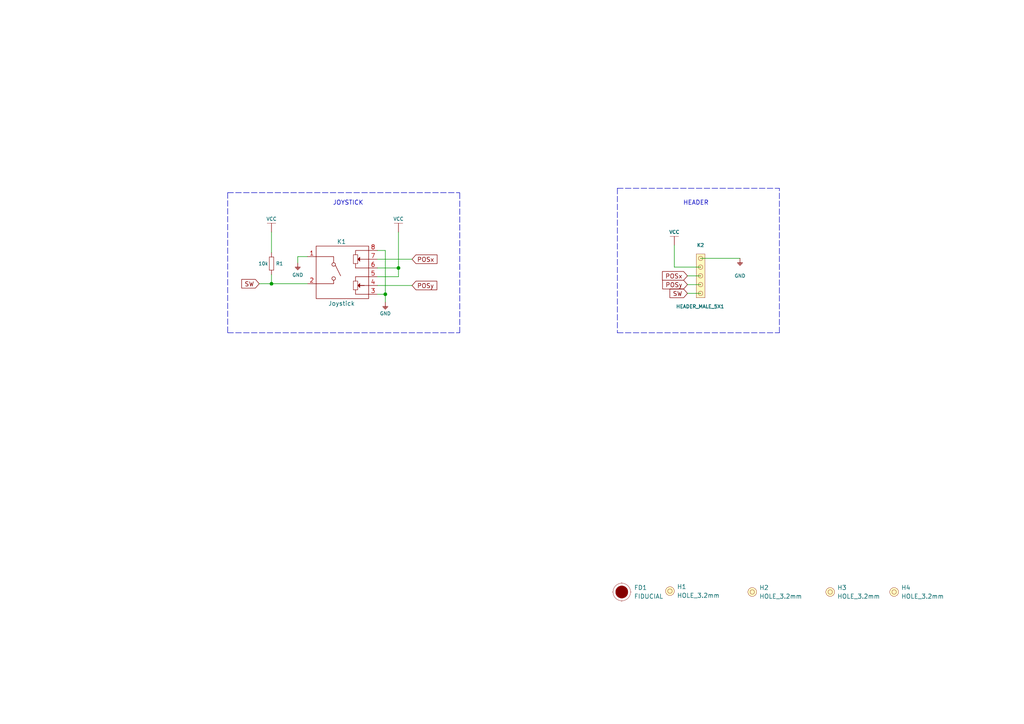
<source format=kicad_sch>
(kicad_sch (version 20211123) (generator eeschema)

  (uuid b7b2c7e9-017b-4a0e-b28b-73e3293c5d49)

  (paper "A4")

  (title_block
    (title "Joystick 2-axis with pushbutton breakout")
    (date "2024-07-01")
    (rev "V1.2.0.")
    (company "SOLDERED")
    (comment 1 "333089")
  )

  (lib_symbols
    (symbol "GND_1" (power) (pin_names (offset 0)) (in_bom yes) (on_board yes)
      (property "Reference" "#PWR" (id 0) (at 4.445 0 0)
        (effects (font (size 1 1)) hide)
      )
      (property "Value" "GND_1" (id 1) (at 0 -2.921 0)
        (effects (font (size 1 1)))
      )
      (property "Footprint" "" (id 2) (at 4.445 3.81 0)
        (effects (font (size 1 1)) hide)
      )
      (property "Datasheet" "" (id 3) (at 4.445 3.81 0)
        (effects (font (size 1 1)) hide)
      )
      (property "ki_keywords" "power-flag" (id 4) (at 0 0 0)
        (effects (font (size 1.27 1.27)) hide)
      )
      (property "ki_description" "Power symbol creates a global label with name \"GND\"" (id 5) (at 0 0 0)
        (effects (font (size 1.27 1.27)) hide)
      )
      (symbol "GND_1_0_1"
        (polyline
          (pts
            (xy -0.762 -1.27)
            (xy 0.762 -1.27)
          )
          (stroke (width 0.16) (type default) (color 0 0 0 0))
          (fill (type none))
        )
        (polyline
          (pts
            (xy -0.635 -1.524)
            (xy 0.635 -1.524)
          )
          (stroke (width 0.16) (type default) (color 0 0 0 0))
          (fill (type none))
        )
        (polyline
          (pts
            (xy -0.381 -1.778)
            (xy 0.381 -1.778)
          )
          (stroke (width 0.16) (type default) (color 0 0 0 0))
          (fill (type none))
        )
        (polyline
          (pts
            (xy -0.127 -2.032)
            (xy 0.127 -2.032)
          )
          (stroke (width 0.16) (type default) (color 0 0 0 0))
          (fill (type none))
        )
        (polyline
          (pts
            (xy 0 0)
            (xy 0 -1.27)
          )
          (stroke (width 0.16) (type default) (color 0 0 0 0))
          (fill (type none))
        )
      )
      (symbol "GND_1_1_1"
        (pin power_in line (at 0 0 270) (length 0) hide
          (name "GND" (effects (font (size 1.27 1.27))))
          (number "1" (effects (font (size 1.27 1.27))))
        )
      )
    )
    (symbol "GND_2" (power) (pin_names (offset 0)) (in_bom yes) (on_board yes)
      (property "Reference" "#PWR" (id 0) (at 4.445 0 0)
        (effects (font (size 1 1)) hide)
      )
      (property "Value" "GND_2" (id 1) (at 0 -2.921 0)
        (effects (font (size 1 1)))
      )
      (property "Footprint" "" (id 2) (at 4.445 3.81 0)
        (effects (font (size 1 1)) hide)
      )
      (property "Datasheet" "" (id 3) (at 4.445 3.81 0)
        (effects (font (size 1 1)) hide)
      )
      (property "ki_keywords" "power-flag" (id 4) (at 0 0 0)
        (effects (font (size 1.27 1.27)) hide)
      )
      (property "ki_description" "Power symbol creates a global label with name \"GND\"" (id 5) (at 0 0 0)
        (effects (font (size 1.27 1.27)) hide)
      )
      (symbol "GND_2_0_1"
        (polyline
          (pts
            (xy -0.762 -1.27)
            (xy 0.762 -1.27)
          )
          (stroke (width 0.16) (type default) (color 0 0 0 0))
          (fill (type none))
        )
        (polyline
          (pts
            (xy -0.635 -1.524)
            (xy 0.635 -1.524)
          )
          (stroke (width 0.16) (type default) (color 0 0 0 0))
          (fill (type none))
        )
        (polyline
          (pts
            (xy -0.381 -1.778)
            (xy 0.381 -1.778)
          )
          (stroke (width 0.16) (type default) (color 0 0 0 0))
          (fill (type none))
        )
        (polyline
          (pts
            (xy -0.127 -2.032)
            (xy 0.127 -2.032)
          )
          (stroke (width 0.16) (type default) (color 0 0 0 0))
          (fill (type none))
        )
        (polyline
          (pts
            (xy 0 0)
            (xy 0 -1.27)
          )
          (stroke (width 0.16) (type default) (color 0 0 0 0))
          (fill (type none))
        )
      )
      (symbol "GND_2_1_1"
        (pin power_in line (at 0 0 270) (length 0) hide
          (name "GND" (effects (font (size 1.27 1.27))))
          (number "1" (effects (font (size 1.27 1.27))))
        )
      )
    )
    (symbol "e-radionica.com schematics:0603R" (pin_numbers hide) (pin_names (offset 0.254)) (in_bom yes) (on_board yes)
      (property "Reference" "R" (id 0) (at 0 1.27 0)
        (effects (font (size 1 1)))
      )
      (property "Value" "0603R" (id 1) (at 0 -1.905 0)
        (effects (font (size 1 1)))
      )
      (property "Footprint" "e-radionica.com footprinti:0603R" (id 2) (at 0 -3.81 0)
        (effects (font (size 1 1)) hide)
      )
      (property "Datasheet" "" (id 3) (at -0.635 1.905 0)
        (effects (font (size 1 1)) hide)
      )
      (symbol "0603R_0_1"
        (rectangle (start -1.905 -0.635) (end 1.905 -0.6604)
          (stroke (width 0.1) (type default) (color 0 0 0 0))
          (fill (type none))
        )
        (rectangle (start -1.905 0.635) (end -1.8796 -0.635)
          (stroke (width 0.1) (type default) (color 0 0 0 0))
          (fill (type none))
        )
        (rectangle (start -1.905 0.635) (end 1.905 0.6096)
          (stroke (width 0.1) (type default) (color 0 0 0 0))
          (fill (type none))
        )
        (rectangle (start 1.905 0.635) (end 1.9304 -0.635)
          (stroke (width 0.1) (type default) (color 0 0 0 0))
          (fill (type none))
        )
      )
      (symbol "0603R_1_1"
        (pin passive line (at -3.175 0 0) (length 1.27)
          (name "~" (effects (font (size 1.27 1.27))))
          (number "1" (effects (font (size 1.27 1.27))))
        )
        (pin passive line (at 3.175 0 180) (length 1.27)
          (name "~" (effects (font (size 1.27 1.27))))
          (number "2" (effects (font (size 1.27 1.27))))
        )
      )
    )
    (symbol "e-radionica.com schematics:FIDUCIAL" (in_bom no) (on_board yes)
      (property "Reference" "FD" (id 0) (at 0 3.81 0)
        (effects (font (size 1.27 1.27)))
      )
      (property "Value" "FIDUCIAL" (id 1) (at 0 -3.81 0)
        (effects (font (size 1.27 1.27)))
      )
      (property "Footprint" "e-radionica.com footprinti:FIDUCIAL_23" (id 2) (at 0.254 -5.334 0)
        (effects (font (size 1.27 1.27)) hide)
      )
      (property "Datasheet" "" (id 3) (at 0 0 0)
        (effects (font (size 1.27 1.27)) hide)
      )
      (symbol "FIDUCIAL_0_1"
        (polyline
          (pts
            (xy -2.54 0)
            (xy -2.794 0)
          )
          (stroke (width 0.0006) (type default) (color 0 0 0 0))
          (fill (type none))
        )
        (polyline
          (pts
            (xy 0 -2.54)
            (xy 0 -2.794)
          )
          (stroke (width 0.0006) (type default) (color 0 0 0 0))
          (fill (type none))
        )
        (polyline
          (pts
            (xy 0 2.54)
            (xy 0 2.794)
          )
          (stroke (width 0.0006) (type default) (color 0 0 0 0))
          (fill (type none))
        )
        (polyline
          (pts
            (xy 2.54 0)
            (xy 2.794 0)
          )
          (stroke (width 0.0006) (type default) (color 0 0 0 0))
          (fill (type none))
        )
        (circle (center 0 0) (radius 1.7961)
          (stroke (width 0.001) (type default) (color 0 0 0 0))
          (fill (type outline))
        )
        (circle (center 0 0) (radius 2.54)
          (stroke (width 0.0006) (type default) (color 0 0 0 0))
          (fill (type none))
        )
      )
    )
    (symbol "e-radionica.com schematics:GND" (power) (pin_names (offset 0)) (in_bom yes) (on_board yes)
      (property "Reference" "#PWR" (id 0) (at 4.445 0 0)
        (effects (font (size 1 1)) hide)
      )
      (property "Value" "GND" (id 1) (at 0 -2.921 0)
        (effects (font (size 1 1)))
      )
      (property "Footprint" "" (id 2) (at 4.445 3.81 0)
        (effects (font (size 1 1)) hide)
      )
      (property "Datasheet" "" (id 3) (at 4.445 3.81 0)
        (effects (font (size 1 1)) hide)
      )
      (property "ki_keywords" "power-flag" (id 4) (at 0 0 0)
        (effects (font (size 1.27 1.27)) hide)
      )
      (property "ki_description" "Power symbol creates a global label with name \"GND\"" (id 5) (at 0 0 0)
        (effects (font (size 1.27 1.27)) hide)
      )
      (symbol "GND_0_1"
        (polyline
          (pts
            (xy -0.762 -1.27)
            (xy 0.762 -1.27)
          )
          (stroke (width 0.16) (type default) (color 0 0 0 0))
          (fill (type none))
        )
        (polyline
          (pts
            (xy -0.635 -1.524)
            (xy 0.635 -1.524)
          )
          (stroke (width 0.16) (type default) (color 0 0 0 0))
          (fill (type none))
        )
        (polyline
          (pts
            (xy -0.381 -1.778)
            (xy 0.381 -1.778)
          )
          (stroke (width 0.16) (type default) (color 0 0 0 0))
          (fill (type none))
        )
        (polyline
          (pts
            (xy -0.127 -2.032)
            (xy 0.127 -2.032)
          )
          (stroke (width 0.16) (type default) (color 0 0 0 0))
          (fill (type none))
        )
        (polyline
          (pts
            (xy 0 0)
            (xy 0 -1.27)
          )
          (stroke (width 0.16) (type default) (color 0 0 0 0))
          (fill (type none))
        )
      )
      (symbol "GND_1_1"
        (pin power_in line (at 0 0 270) (length 0) hide
          (name "GND" (effects (font (size 1.27 1.27))))
          (number "1" (effects (font (size 1.27 1.27))))
        )
      )
    )
    (symbol "e-radionica.com schematics:HEADER_MALE_5X1" (pin_numbers hide) (pin_names hide) (in_bom yes) (on_board yes)
      (property "Reference" "K" (id 0) (at -0.635 7.62 0)
        (effects (font (size 1 1)))
      )
      (property "Value" "HEADER_MALE_5X1" (id 1) (at 0.635 -7.62 0)
        (effects (font (size 1 1)))
      )
      (property "Footprint" "e-radionica.com footprinti:HEADER_MALE_5X1" (id 2) (at 0 0 0)
        (effects (font (size 1 1)) hide)
      )
      (property "Datasheet" "" (id 3) (at 0 0 0)
        (effects (font (size 1 1)) hide)
      )
      (symbol "HEADER_MALE_5X1_0_1"
        (rectangle (start -1.27 6.35) (end 1.27 -6.35)
          (stroke (width 0.001) (type default) (color 0 0 0 0))
          (fill (type background))
        )
        (circle (center 0 -5.08) (radius 0.635)
          (stroke (width 0.0006) (type default) (color 0 0 0 0))
          (fill (type none))
        )
        (circle (center 0 -2.54) (radius 0.635)
          (stroke (width 0.0006) (type default) (color 0 0 0 0))
          (fill (type none))
        )
        (circle (center 0 0) (radius 0.635)
          (stroke (width 0.0006) (type default) (color 0 0 0 0))
          (fill (type none))
        )
        (circle (center 0 2.54) (radius 0.635)
          (stroke (width 0.0006) (type default) (color 0 0 0 0))
          (fill (type none))
        )
        (circle (center 0 5.08) (radius 0.635)
          (stroke (width 0.0006) (type default) (color 0 0 0 0))
          (fill (type none))
        )
      )
      (symbol "HEADER_MALE_5X1_1_1"
        (pin passive line (at 0 -5.08 180) (length 0)
          (name "~" (effects (font (size 1 1))))
          (number "1" (effects (font (size 1 1))))
        )
        (pin passive line (at 0 -2.54 180) (length 0)
          (name "~" (effects (font (size 1 1))))
          (number "2" (effects (font (size 1 1))))
        )
        (pin passive line (at 0 0 180) (length 0)
          (name "~" (effects (font (size 1 1))))
          (number "3" (effects (font (size 1 1))))
        )
        (pin passive line (at 0 2.54 180) (length 0)
          (name "~" (effects (font (size 1 1))))
          (number "4" (effects (font (size 1 1))))
        )
        (pin passive line (at 0 5.08 180) (length 0)
          (name "~" (effects (font (size 0.991 0.991))))
          (number "5" (effects (font (size 0.991 0.991))))
        )
      )
    )
    (symbol "e-radionica.com schematics:HOLE_3.2mm" (pin_numbers hide) (pin_names hide) (in_bom yes) (on_board yes)
      (property "Reference" "H" (id 0) (at 0 2.54 0)
        (effects (font (size 1.27 1.27)))
      )
      (property "Value" "HOLE_3.2mm" (id 1) (at 0 -2.54 0)
        (effects (font (size 1.27 1.27)))
      )
      (property "Footprint" "e-radionica.com footprinti:HOLE_3.2mm" (id 2) (at 0 0 0)
        (effects (font (size 1.27 1.27)) hide)
      )
      (property "Datasheet" "" (id 3) (at 0 0 0)
        (effects (font (size 1.27 1.27)) hide)
      )
      (symbol "HOLE_3.2mm_0_1"
        (circle (center 0 0) (radius 0.635)
          (stroke (width 0.0006) (type default) (color 0 0 0 0))
          (fill (type none))
        )
        (circle (center 0 0) (radius 1.27)
          (stroke (width 0.001) (type default) (color 0 0 0 0))
          (fill (type background))
        )
      )
    )
    (symbol "e-radionica.com schematics:Joystick" (in_bom yes) (on_board yes)
      (property "Reference" "K" (id 0) (at 0 8.89 0)
        (effects (font (size 1.27 1.27)))
      )
      (property "Value" "Joystick" (id 1) (at 0 -9.652 0)
        (effects (font (size 1.27 1.27)))
      )
      (property "Footprint" "e-radionica.com footprinti:joystick" (id 2) (at -8.636 -4.064 90)
        (effects (font (size 1.27 1.27)) hide)
      )
      (property "Datasheet" "" (id 3) (at -8.636 -4.064 90)
        (effects (font (size 1.27 1.27)) hide)
      )
      (symbol "Joystick_0_1"
        (rectangle (start -7.366 7.366) (end 7.874 -7.874)
          (stroke (width 0.1524) (type default) (color 0 0 0 0))
          (fill (type none))
        )
        (circle (center -2.286 -2.032) (radius 0.508)
          (stroke (width 0.1524) (type default) (color 0 0 0 0))
          (fill (type none))
        )
        (circle (center -2.286 2.032) (radius 0.508)
          (stroke (width 0.1524) (type default) (color 0 0 0 0))
          (fill (type none))
        )
        (polyline
          (pts
            (xy 4.064 -6.604)
            (xy 4.064 -5.334)
          )
          (stroke (width 0.1524) (type default) (color 0 0 0 0))
          (fill (type none))
        )
        (polyline
          (pts
            (xy 4.064 -1.524)
            (xy 4.064 -2.794)
          )
          (stroke (width 0.1524) (type default) (color 0 0 0 0))
          (fill (type none))
        )
        (polyline
          (pts
            (xy 4.064 1.016)
            (xy 4.064 2.286)
          )
          (stroke (width 0.1524) (type default) (color 0 0 0 0))
          (fill (type none))
        )
        (polyline
          (pts
            (xy 6.604 -4.064)
            (xy 5.334 -4.064)
          )
          (stroke (width 0.1524) (type default) (color 0 0 0 0))
          (fill (type none))
        )
        (polyline
          (pts
            (xy 7.874 -4.064)
            (xy 5.334 -4.064)
          )
          (stroke (width 0.1524) (type default) (color 0 0 0 0))
          (fill (type none))
        )
        (polyline
          (pts
            (xy -7.366 -3.556)
            (xy -2.286 -3.556)
            (xy -2.286 -2.54)
          )
          (stroke (width 0.1524) (type default) (color 0 0 0 0))
          (fill (type none))
        )
        (polyline
          (pts
            (xy -7.366 4.318)
            (xy -2.286 4.318)
            (xy -2.286 2.54)
          )
          (stroke (width 0.1524) (type default) (color 0 0 0 0))
          (fill (type none))
        )
        (polyline
          (pts
            (xy -1.778 1.778)
            (xy -0.254 -1.27)
            (xy -0.508 -0.762)
          )
          (stroke (width 0.1524) (type default) (color 0 0 0 0))
          (fill (type none))
        )
        (polyline
          (pts
            (xy 7.874 -6.604)
            (xy 4.064 -6.604)
            (xy 4.064 -6.604)
          )
          (stroke (width 0.1524) (type default) (color 0 0 0 0))
          (fill (type none))
        )
        (polyline
          (pts
            (xy 7.874 -1.524)
            (xy 4.064 -1.524)
            (xy 5.334 -1.524)
          )
          (stroke (width 0.1524) (type default) (color 0 0 0 0))
          (fill (type none))
        )
        (polyline
          (pts
            (xy 7.874 1.016)
            (xy 4.064 1.016)
            (xy 7.874 1.016)
          )
          (stroke (width 0.1524) (type default) (color 0 0 0 0))
          (fill (type none))
        )
        (polyline
          (pts
            (xy 7.874 3.556)
            (xy 5.334 3.556)
            (xy 7.874 3.556)
          )
          (stroke (width 0.1524) (type default) (color 0 0 0 0))
          (fill (type none))
        )
        (polyline
          (pts
            (xy 7.874 6.096)
            (xy 4.064 6.096)
            (xy 4.064 4.826)
          )
          (stroke (width 0.1524) (type default) (color 0 0 0 0))
          (fill (type none))
        )
        (polyline
          (pts
            (xy 4.699 -4.064)
            (xy 5.334 -4.699)
            (xy 5.334 -3.429)
            (xy 4.699 -4.064)
          )
          (stroke (width 0.1) (type default) (color 0 0 0 0))
          (fill (type outline))
        )
        (polyline
          (pts
            (xy 4.699 3.556)
            (xy 5.334 2.921)
            (xy 5.334 4.191)
            (xy 4.699 3.556)
          )
          (stroke (width 0.1) (type default) (color 0 0 0 0))
          (fill (type outline))
        )
        (rectangle (start 3.429 -5.334) (end 3.4544 -2.794)
          (stroke (width 0.1) (type default) (color 0 0 0 0))
          (fill (type none))
        )
        (rectangle (start 3.429 -5.334) (end 4.699 -5.3086)
          (stroke (width 0.1) (type default) (color 0 0 0 0))
          (fill (type none))
        )
        (rectangle (start 3.429 -2.794) (end 4.699 -2.7686)
          (stroke (width 0.1) (type default) (color 0 0 0 0))
          (fill (type none))
        )
        (rectangle (start 3.429 2.286) (end 3.4544 4.826)
          (stroke (width 0.1) (type default) (color 0 0 0 0))
          (fill (type none))
        )
        (rectangle (start 3.429 2.286) (end 4.699 2.3114)
          (stroke (width 0.1) (type default) (color 0 0 0 0))
          (fill (type none))
        )
        (rectangle (start 3.429 4.826) (end 4.699 4.8514)
          (stroke (width 0.1) (type default) (color 0 0 0 0))
          (fill (type none))
        )
        (rectangle (start 4.699 -5.334) (end 4.7244 -2.794)
          (stroke (width 0.1) (type default) (color 0 0 0 0))
          (fill (type none))
        )
        (rectangle (start 4.699 2.286) (end 4.7244 4.826)
          (stroke (width 0.1) (type default) (color 0 0 0 0))
          (fill (type none))
        )
      )
      (symbol "Joystick_1_1"
        (pin passive line (at -9.906 4.318 0) (length 2.54)
          (name "" (effects (font (size 1.27 1.27))))
          (number "1" (effects (font (size 1.27 1.27))))
        )
        (pin passive line (at -9.906 -3.556 0) (length 2.54)
          (name "" (effects (font (size 1.27 1.27))))
          (number "2" (effects (font (size 1.27 1.27))))
        )
        (pin passive line (at 10.414 -6.604 180) (length 2.54)
          (name "" (effects (font (size 1.27 1.27))))
          (number "3" (effects (font (size 1.27 1.27))))
        )
        (pin passive line (at 10.414 -4.064 180) (length 2.54)
          (name "" (effects (font (size 1.27 1.27))))
          (number "4" (effects (font (size 1.27 1.27))))
        )
        (pin passive line (at 10.414 -1.524 180) (length 2.54)
          (name "" (effects (font (size 1.27 1.27))))
          (number "5" (effects (font (size 1.27 1.27))))
        )
        (pin passive line (at 10.414 1.016 180) (length 2.54)
          (name "" (effects (font (size 1.27 1.27))))
          (number "6" (effects (font (size 1.27 1.27))))
        )
        (pin passive line (at 10.414 3.556 180) (length 2.54)
          (name "" (effects (font (size 1.27 1.27))))
          (number "7" (effects (font (size 1.27 1.27))))
        )
        (pin passive line (at 10.414 6.096 180) (length 2.54)
          (name "" (effects (font (size 1.27 1.27))))
          (number "8" (effects (font (size 1.27 1.27))))
        )
      )
    )
    (symbol "e-radionica.com schematics:VCC" (power) (pin_names (offset 0)) (in_bom yes) (on_board yes)
      (property "Reference" "#PWR" (id 0) (at 4.445 0 0)
        (effects (font (size 1 1)) hide)
      )
      (property "Value" "VCC" (id 1) (at 0 3.556 0)
        (effects (font (size 1 1)))
      )
      (property "Footprint" "" (id 2) (at 4.445 3.81 0)
        (effects (font (size 1 1)) hide)
      )
      (property "Datasheet" "" (id 3) (at 4.445 3.81 0)
        (effects (font (size 1 1)) hide)
      )
      (property "ki_keywords" "power-flag" (id 4) (at 0 0 0)
        (effects (font (size 1.27 1.27)) hide)
      )
      (property "ki_description" "Power symbol creates a global label with name \"VCC\"" (id 5) (at 0 0 0)
        (effects (font (size 1.27 1.27)) hide)
      )
      (symbol "VCC_0_1"
        (polyline
          (pts
            (xy -1.27 2.54)
            (xy 1.27 2.54)
          )
          (stroke (width 0.0006) (type default) (color 0 0 0 0))
          (fill (type none))
        )
        (polyline
          (pts
            (xy 0 0)
            (xy 0 2.54)
          )
          (stroke (width 0) (type default) (color 0 0 0 0))
          (fill (type none))
        )
      )
      (symbol "VCC_1_1"
        (pin power_in line (at 0 0 90) (length 0) hide
          (name "VCC" (effects (font (size 1.27 1.27))))
          (number "1" (effects (font (size 1.27 1.27))))
        )
      )
    )
  )

  (junction (at 115.57 77.724) (diameter 0.9144) (color 0 0 0 0)
    (uuid 0f54db53-a272-4955-88fb-d7ab00657bb0)
  )
  (junction (at 111.76 85.344) (diameter 0.9144) (color 0 0 0 0)
    (uuid 922058ca-d09a-45fd-8394-05f3e2c1e03a)
  )
  (junction (at 78.74 82.296) (diameter 0) (color 0 0 0 0)
    (uuid d427a50a-2efe-42de-9727-886fea0bb3e7)
  )

  (wire (pts (xy 86.36 74.422) (xy 89.154 74.422))
    (stroke (width 0) (type default) (color 0 0 0 0))
    (uuid 13c6dcdb-11f1-4796-b5ce-53297f88bc7a)
  )
  (wire (pts (xy 203.2 74.93) (xy 214.63 74.93))
    (stroke (width 0) (type solid) (color 0 0 0 0))
    (uuid 1985f6b7-cf82-45f3-9bea-2c64e70c7f4b)
  )
  (wire (pts (xy 111.76 72.644) (xy 111.76 85.344))
    (stroke (width 0) (type solid) (color 0 0 0 0))
    (uuid 3afa3e09-000a-4957-b2d3-38f3b805e40d)
  )
  (wire (pts (xy 111.76 85.344) (xy 111.76 87.63))
    (stroke (width 0) (type solid) (color 0 0 0 0))
    (uuid 3afa3e09-000a-4957-b2d3-38f3b805e40e)
  )
  (wire (pts (xy 195.58 77.47) (xy 195.58 71.12))
    (stroke (width 0) (type solid) (color 0 0 0 0))
    (uuid 597e61c5-09f1-4cac-b2f0-5e98ddf771b4)
  )
  (wire (pts (xy 203.2 77.47) (xy 195.58 77.47))
    (stroke (width 0) (type solid) (color 0 0 0 0))
    (uuid 597e61c5-09f1-4cac-b2f0-5e98ddf771b5)
  )
  (wire (pts (xy 109.474 77.724) (xy 115.57 77.724))
    (stroke (width 0) (type solid) (color 0 0 0 0))
    (uuid 65fa5174-dcf8-4402-b2d2-6e19174d1624)
  )
  (wire (pts (xy 199.39 80.01) (xy 203.2 80.01))
    (stroke (width 0) (type solid) (color 0 0 0 0))
    (uuid 682c8dd7-d6bd-456b-8fbd-290bde074356)
  )
  (wire (pts (xy 199.39 85.09) (xy 203.2 85.09))
    (stroke (width 0) (type solid) (color 0 0 0 0))
    (uuid 6f3dc5b7-ceb1-424d-b0d6-46919ac4f89f)
  )
  (wire (pts (xy 86.36 76.2) (xy 86.36 74.422))
    (stroke (width 0) (type default) (color 0 0 0 0))
    (uuid 7d0d42fc-7dba-45cc-8a77-275fc87797c8)
  )
  (wire (pts (xy 78.74 67.31) (xy 78.74 73.279))
    (stroke (width 0) (type default) (color 0 0 0 0))
    (uuid 7d1e094b-500c-4121-b093-55fb8248793d)
  )
  (wire (pts (xy 78.74 82.296) (xy 89.154 82.296))
    (stroke (width 0) (type default) (color 0 0 0 0))
    (uuid 8029bf0e-dc94-4a66-b0ee-70fa20004f68)
  )
  (polyline (pts (xy 179.07 54.61) (xy 179.07 96.52))
    (stroke (width 0) (type dash) (color 0 0 0 0))
    (uuid 9b15ab40-6e20-4ba3-82d4-8aaa52f4f6b9)
  )
  (polyline (pts (xy 179.07 54.61) (xy 226.06 54.61))
    (stroke (width 0) (type dash) (color 0 0 0 0))
    (uuid 9b15ab40-6e20-4ba3-82d4-8aaa52f4f6ba)
  )
  (polyline (pts (xy 179.07 96.52) (xy 226.06 96.52))
    (stroke (width 0) (type dash) (color 0 0 0 0))
    (uuid 9b15ab40-6e20-4ba3-82d4-8aaa52f4f6bb)
  )
  (polyline (pts (xy 226.06 96.52) (xy 226.06 54.61))
    (stroke (width 0) (type dash) (color 0 0 0 0))
    (uuid 9b15ab40-6e20-4ba3-82d4-8aaa52f4f6bc)
  )

  (wire (pts (xy 109.474 72.644) (xy 111.76 72.644))
    (stroke (width 0) (type solid) (color 0 0 0 0))
    (uuid b5cc4bb9-2daf-47f6-9a4c-ea91b0247a95)
  )
  (wire (pts (xy 199.39 82.55) (xy 203.2 82.55))
    (stroke (width 0) (type solid) (color 0 0 0 0))
    (uuid ba8fb9b8-516d-498a-9ac9-719acd4e118e)
  )
  (polyline (pts (xy 66.04 55.88) (xy 66.04 96.52))
    (stroke (width 0) (type dash) (color 0 0 0 0))
    (uuid baf0b99e-a2d9-44df-8bef-df80b0d32053)
  )
  (polyline (pts (xy 66.04 55.88) (xy 133.35 55.88))
    (stroke (width 0) (type dash) (color 0 0 0 0))
    (uuid baf0b99e-a2d9-44df-8bef-df80b0d32054)
  )
  (polyline (pts (xy 66.04 96.52) (xy 133.35 96.52))
    (stroke (width 0) (type dash) (color 0 0 0 0))
    (uuid baf0b99e-a2d9-44df-8bef-df80b0d32055)
  )
  (polyline (pts (xy 133.35 96.52) (xy 133.35 55.88))
    (stroke (width 0) (type dash) (color 0 0 0 0))
    (uuid baf0b99e-a2d9-44df-8bef-df80b0d32056)
  )

  (wire (pts (xy 109.474 80.264) (xy 115.57 80.264))
    (stroke (width 0) (type solid) (color 0 0 0 0))
    (uuid c2822f2a-d4d9-49be-9b25-f2856b6a3b08)
  )
  (wire (pts (xy 115.57 67.31) (xy 115.57 77.724))
    (stroke (width 0) (type solid) (color 0 0 0 0))
    (uuid c2822f2a-d4d9-49be-9b25-f2856b6a3b09)
  )
  (wire (pts (xy 115.57 77.724) (xy 115.57 80.264))
    (stroke (width 0) (type solid) (color 0 0 0 0))
    (uuid c2822f2a-d4d9-49be-9b25-f2856b6a3b0a)
  )
  (wire (pts (xy 78.74 79.629) (xy 78.74 82.296))
    (stroke (width 0) (type default) (color 0 0 0 0))
    (uuid dbad18c4-6eca-4869-a5a7-4a6ebf2af886)
  )
  (wire (pts (xy 109.474 85.344) (xy 111.76 85.344))
    (stroke (width 0) (type solid) (color 0 0 0 0))
    (uuid e9c522a0-976a-47b4-ac75-89760b596c7e)
  )
  (wire (pts (xy 109.474 75.184) (xy 119.507 75.184))
    (stroke (width 0) (type solid) (color 0 0 0 0))
    (uuid fb334305-092e-4bf1-9c8a-2bb6e023d1d9)
  )
  (wire (pts (xy 109.474 82.804) (xy 119.507 82.804))
    (stroke (width 0) (type solid) (color 0 0 0 0))
    (uuid fb968038-e3fc-4140-b2ec-3af1e99aab3f)
  )
  (wire (pts (xy 75.184 82.296) (xy 78.74 82.296))
    (stroke (width 0) (type default) (color 0 0 0 0))
    (uuid fff93175-bafd-4f34-ae0e-78aba8b2e1a9)
  )

  (text "JOYSTICK\n" (at 96.52 59.69 0)
    (effects (font (size 1.27 1.27)) (justify left bottom))
    (uuid 4368322d-f91b-4c03-98fe-61b806803039)
  )
  (text "HEADER\n" (at 198.12 59.69 0)
    (effects (font (size 1.27 1.27)) (justify left bottom))
    (uuid e65247cf-dfd1-48db-a559-3f8aacc78f47)
  )

  (global_label "SW" (shape input) (at 199.39 85.09 180) (fields_autoplaced)
    (effects (font (size 1.27 1.27)) (justify right))
    (uuid 0eeeb760-0db0-4fbf-bec5-4801c4892a39)
    (property "Intersheet References" "${INTERSHEET_REFS}" (id 0) (at 194.3159 85.0106 0)
      (effects (font (size 1.27 1.27)) (justify right) hide)
    )
  )
  (global_label "POSy" (shape input) (at 119.507 82.804 0) (fields_autoplaced)
    (effects (font (size 1.27 1.27)) (justify left))
    (uuid 14df6c09-073b-4895-95ee-3e41157100e4)
    (property "Intersheet References" "${INTERSHEET_REFS}" (id 0) (at 126.6977 82.7246 0)
      (effects (font (size 1.27 1.27)) (justify left) hide)
    )
  )
  (global_label "POSx" (shape input) (at 199.39 80.01 180) (fields_autoplaced)
    (effects (font (size 1.27 1.27)) (justify right))
    (uuid 2bd1bce9-c422-4908-8120-c07ab2f2a7e0)
    (property "Intersheet References" "${INTERSHEET_REFS}" (id 0) (at 192.1388 79.9306 0)
      (effects (font (size 1.27 1.27)) (justify right) hide)
    )
  )
  (global_label "POSx" (shape input) (at 119.507 75.184 0) (fields_autoplaced)
    (effects (font (size 1.27 1.27)) (justify left))
    (uuid 8d8198b9-8f0c-49ee-ab9c-1d026051443f)
    (property "Intersheet References" "${INTERSHEET_REFS}" (id 0) (at 126.7582 75.1046 0)
      (effects (font (size 1.27 1.27)) (justify left) hide)
    )
  )
  (global_label "SW" (shape input) (at 75.184 82.296 180) (fields_autoplaced)
    (effects (font (size 1.27 1.27)) (justify right))
    (uuid c191fa5d-07d1-4903-9155-dc56623890c1)
    (property "Intersheet References" "${INTERSHEET_REFS}" (id 0) (at 70.1099 82.2166 0)
      (effects (font (size 1.27 1.27)) (justify right) hide)
    )
  )
  (global_label "POSy" (shape input) (at 199.39 82.55 180) (fields_autoplaced)
    (effects (font (size 1.27 1.27)) (justify right))
    (uuid cba7abb6-2761-46d0-9796-d9b98f979c8b)
    (property "Intersheet References" "${INTERSHEET_REFS}" (id 0) (at 192.1993 82.4706 0)
      (effects (font (size 1.27 1.27)) (justify right) hide)
    )
  )

  (symbol (lib_name "GND_2") (lib_id "e-radionica.com schematics:GND") (at 111.76 87.63 0) (unit 1)
    (in_bom yes) (on_board yes)
    (uuid 2090c9f9-267d-4f23-9aee-80f06e152e66)
    (property "Reference" "#PWR0102" (id 0) (at 116.205 87.63 0)
      (effects (font (size 1 1)) hide)
    )
    (property "Value" "GND" (id 1) (at 111.76 90.932 0)
      (effects (font (size 1 1)))
    )
    (property "Footprint" "" (id 2) (at 116.205 83.82 0)
      (effects (font (size 1 1)) hide)
    )
    (property "Datasheet" "" (id 3) (at 116.205 83.82 0)
      (effects (font (size 1 1)) hide)
    )
    (pin "1" (uuid b3501842-9633-4ca1-bd4e-8718ac1fb442))
  )

  (symbol (lib_id "e-radionica.com schematics:Joystick") (at 99.06 78.74 0) (unit 1)
    (in_bom yes) (on_board yes)
    (uuid 25051e7c-9587-4bd9-b252-680020e2d0c0)
    (property "Reference" "K1" (id 0) (at 99.06 70.104 0))
    (property "Value" "Joystick" (id 1) (at 99.06 88.011 0))
    (property "Footprint" "e-radionica.com footprinti:joystick" (id 2) (at 90.424 82.804 90)
      (effects (font (size 1.27 1.27)) hide)
    )
    (property "Datasheet" "" (id 3) (at 90.424 82.804 90)
      (effects (font (size 1.27 1.27)) hide)
    )
    (pin "1" (uuid 2d04007f-37ea-432a-a183-090364d1d4b5))
    (pin "2" (uuid 20922d2a-36bb-4d58-98fa-ab171a6ce1bd))
    (pin "3" (uuid 6b292ccc-38a0-4293-ba96-32afb63e550f))
    (pin "4" (uuid f2a509b1-8f7a-48fc-8268-f86efff37333))
    (pin "5" (uuid d676fd47-52cc-4d21-a1f4-175d5d25f861))
    (pin "6" (uuid 9a5bfc24-58aa-4308-8e29-f781994412b1))
    (pin "7" (uuid 9bedfc82-fb62-4bde-9914-a485791504f4))
    (pin "8" (uuid 12f8f55f-9ae2-4e4b-9835-08f5f581c960))
  )

  (symbol (lib_id "e-radionica.com schematics:0603R") (at 78.74 76.454 90) (unit 1)
    (in_bom yes) (on_board yes)
    (uuid 3dbe6a7a-bc13-4fc1-8db1-b99441dc1d0a)
    (property "Reference" "R1" (id 0) (at 80.01 76.454 90)
      (effects (font (size 1 1)) (justify right))
    )
    (property "Value" "10k" (id 1) (at 74.93 76.454 90)
      (effects (font (size 1 1)) (justify right))
    )
    (property "Footprint" "e-radionica.com footprinti:0603R" (id 2) (at 82.55 76.454 0)
      (effects (font (size 1 1)) hide)
    )
    (property "Datasheet" "" (id 3) (at 76.835 77.089 0)
      (effects (font (size 1 1)) hide)
    )
    (pin "1" (uuid 9d703bfa-623c-4a73-94ce-75987d3b3490))
    (pin "2" (uuid ad3d2496-9d91-4c3e-a06b-0ce2ea4713c0))
  )

  (symbol (lib_id "e-radionica.com schematics:GND") (at 86.36 76.2 0) (unit 1)
    (in_bom yes) (on_board yes)
    (uuid 3dee240e-9263-4627-ba25-c47ad888f192)
    (property "Reference" "#PWR0101" (id 0) (at 90.805 76.2 0)
      (effects (font (size 1 1)) hide)
    )
    (property "Value" "GND" (id 1) (at 86.36 79.756 0)
      (effects (font (size 1 1)))
    )
    (property "Footprint" "" (id 2) (at 90.805 72.39 0)
      (effects (font (size 1 1)) hide)
    )
    (property "Datasheet" "" (id 3) (at 90.805 72.39 0)
      (effects (font (size 1 1)) hide)
    )
    (pin "1" (uuid 5445f0e0-c3b7-4bff-8964-8bd4d4d6c0c3))
  )

  (symbol (lib_id "e-radionica.com schematics:FIDUCIAL") (at 180.34 171.704 0) (unit 1)
    (in_bom no) (on_board yes) (fields_autoplaced)
    (uuid 41818bb8-7df4-440f-90b4-f40b8d706a57)
    (property "Reference" "FD1" (id 0) (at 183.896 170.4339 0)
      (effects (font (size 1.27 1.27)) (justify left))
    )
    (property "Value" "FIDUCIAL" (id 1) (at 183.896 172.9739 0)
      (effects (font (size 1.27 1.27)) (justify left))
    )
    (property "Footprint" "e-radionica.com footprinti:FIDUCIAL_23" (id 2) (at 180.594 177.038 0)
      (effects (font (size 1.27 1.27)) hide)
    )
    (property "Datasheet" "" (id 3) (at 180.34 171.704 0)
      (effects (font (size 1.27 1.27)) hide)
    )
  )

  (symbol (lib_id "e-radionica.com schematics:VCC") (at 78.74 67.31 0) (unit 1)
    (in_bom yes) (on_board yes) (fields_autoplaced)
    (uuid 47e098c3-133e-40f5-8e9b-768faf6f99b5)
    (property "Reference" "#PWR0106" (id 0) (at 83.185 67.31 0)
      (effects (font (size 1 1)) hide)
    )
    (property "Value" "VCC" (id 1) (at 78.74 63.5 0)
      (effects (font (size 1 1)))
    )
    (property "Footprint" "" (id 2) (at 83.185 63.5 0)
      (effects (font (size 1 1)) hide)
    )
    (property "Datasheet" "" (id 3) (at 83.185 63.5 0)
      (effects (font (size 1 1)) hide)
    )
    (pin "1" (uuid 279d721d-83fb-46e0-afd9-3e98a6459ef3))
  )

  (symbol (lib_name "GND_1") (lib_id "e-radionica.com schematics:GND") (at 214.63 74.93 0) (unit 1)
    (in_bom yes) (on_board yes) (fields_autoplaced)
    (uuid ad99a389-44ce-4a17-9a14-46cb5f149290)
    (property "Reference" "#PWR0104" (id 0) (at 219.075 74.93 0)
      (effects (font (size 1 1)) hide)
    )
    (property "Value" "GND" (id 1) (at 214.63 80.01 0)
      (effects (font (size 1 1)))
    )
    (property "Footprint" "" (id 2) (at 219.075 71.12 0)
      (effects (font (size 1 1)) hide)
    )
    (property "Datasheet" "" (id 3) (at 219.075 71.12 0)
      (effects (font (size 1 1)) hide)
    )
    (pin "1" (uuid 87d725fd-33da-400d-8d93-da03f1ad44d6))
  )

  (symbol (lib_id "e-radionica.com schematics:HOLE_3.2mm") (at 194.31 171.45 0) (unit 1)
    (in_bom yes) (on_board yes) (fields_autoplaced)
    (uuid b4b54091-e263-49de-a2de-1b2ee888e551)
    (property "Reference" "H1" (id 0) (at 196.342 170.1799 0)
      (effects (font (size 1.27 1.27)) (justify left))
    )
    (property "Value" "HOLE_3.2mm" (id 1) (at 196.342 172.7199 0)
      (effects (font (size 1.27 1.27)) (justify left))
    )
    (property "Footprint" "e-radionica.com footprinti:HOLE_3.2mm" (id 2) (at 194.31 171.45 0)
      (effects (font (size 1.27 1.27)) hide)
    )
    (property "Datasheet" "" (id 3) (at 194.31 171.45 0)
      (effects (font (size 1.27 1.27)) hide)
    )
  )

  (symbol (lib_id "e-radionica.com schematics:HOLE_3.2mm") (at 218.186 171.704 0) (unit 1)
    (in_bom yes) (on_board yes) (fields_autoplaced)
    (uuid bf9bf18b-0b40-4114-b8b3-b0273fbab3bf)
    (property "Reference" "H2" (id 0) (at 220.218 170.4339 0)
      (effects (font (size 1.27 1.27)) (justify left))
    )
    (property "Value" "HOLE_3.2mm" (id 1) (at 220.218 172.9739 0)
      (effects (font (size 1.27 1.27)) (justify left))
    )
    (property "Footprint" "e-radionica.com footprinti:HOLE_3.2mm" (id 2) (at 218.186 171.704 0)
      (effects (font (size 1.27 1.27)) hide)
    )
    (property "Datasheet" "" (id 3) (at 218.186 171.704 0)
      (effects (font (size 1.27 1.27)) hide)
    )
  )

  (symbol (lib_id "e-radionica.com schematics:HOLE_3.2mm") (at 240.792 171.704 0) (unit 1)
    (in_bom yes) (on_board yes) (fields_autoplaced)
    (uuid c82fa317-7df2-434a-9915-b893e6410879)
    (property "Reference" "H3" (id 0) (at 242.824 170.4339 0)
      (effects (font (size 1.27 1.27)) (justify left))
    )
    (property "Value" "HOLE_3.2mm" (id 1) (at 242.824 172.9739 0)
      (effects (font (size 1.27 1.27)) (justify left))
    )
    (property "Footprint" "e-radionica.com footprinti:HOLE_3.2mm" (id 2) (at 240.792 171.704 0)
      (effects (font (size 1.27 1.27)) hide)
    )
    (property "Datasheet" "" (id 3) (at 240.792 171.704 0)
      (effects (font (size 1.27 1.27)) hide)
    )
  )

  (symbol (lib_id "e-radionica.com schematics:VCC") (at 115.57 67.31 0) (unit 1)
    (in_bom yes) (on_board yes) (fields_autoplaced)
    (uuid cf5b5e0f-48ae-456f-b0b4-23496ce43e33)
    (property "Reference" "#PWR0103" (id 0) (at 120.015 67.31 0)
      (effects (font (size 1 1)) hide)
    )
    (property "Value" "VCC" (id 1) (at 115.57 63.5 0)
      (effects (font (size 1 1)))
    )
    (property "Footprint" "" (id 2) (at 120.015 63.5 0)
      (effects (font (size 1 1)) hide)
    )
    (property "Datasheet" "" (id 3) (at 120.015 63.5 0)
      (effects (font (size 1 1)) hide)
    )
    (pin "1" (uuid 0bbab0d6-e977-4a9b-9e97-8b04878143e1))
  )

  (symbol (lib_id "e-radionica.com schematics:VCC") (at 195.58 71.12 0) (unit 1)
    (in_bom yes) (on_board yes) (fields_autoplaced)
    (uuid d3486a9f-79f1-47bc-ad1b-90b11edd0746)
    (property "Reference" "#PWR0105" (id 0) (at 200.025 71.12 0)
      (effects (font (size 1 1)) hide)
    )
    (property "Value" "VCC" (id 1) (at 195.58 67.31 0)
      (effects (font (size 1 1)))
    )
    (property "Footprint" "" (id 2) (at 200.025 67.31 0)
      (effects (font (size 1 1)) hide)
    )
    (property "Datasheet" "" (id 3) (at 200.025 67.31 0)
      (effects (font (size 1 1)) hide)
    )
    (pin "1" (uuid 3f99a882-0f36-4fd3-be27-95f1d1cf2302))
  )

  (symbol (lib_id "e-radionica.com schematics:HEADER_MALE_5X1") (at 203.2 80.01 0) (unit 1)
    (in_bom yes) (on_board yes)
    (uuid e14c703d-210d-4cf0-b024-27966533946e)
    (property "Reference" "K2" (id 0) (at 203.2 71.12 0)
      (effects (font (size 1 1)))
    )
    (property "Value" "HEADER_MALE_5X1" (id 1) (at 203.073 88.9 0)
      (effects (font (size 1 1)))
    )
    (property "Footprint" "e-radionica.com footprinti:HEADER_MALE_5X1" (id 2) (at 203.2 80.01 0)
      (effects (font (size 1 1)) hide)
    )
    (property "Datasheet" "" (id 3) (at 203.2 80.01 0)
      (effects (font (size 1 1)) hide)
    )
    (pin "1" (uuid 639cd9ef-ab6d-4112-94b1-faf5cc5c24f1))
    (pin "2" (uuid 146d6d3a-e478-4199-bfe5-59ecf52c0c3a))
    (pin "3" (uuid dd43f741-3621-4c69-aaa7-d946ef0b676f))
    (pin "4" (uuid 85879e62-8588-42ee-8287-065f82a5569f))
    (pin "5" (uuid 5d6b72f9-c544-4601-bc17-2d3dd8108cdb))
  )

  (symbol (lib_id "e-radionica.com schematics:HOLE_3.2mm") (at 259.334 171.704 0) (unit 1)
    (in_bom yes) (on_board yes) (fields_autoplaced)
    (uuid ecdd8b38-db7f-4b14-9fe3-288f96f5d8cd)
    (property "Reference" "H4" (id 0) (at 261.366 170.4339 0)
      (effects (font (size 1.27 1.27)) (justify left))
    )
    (property "Value" "HOLE_3.2mm" (id 1) (at 261.366 172.9739 0)
      (effects (font (size 1.27 1.27)) (justify left))
    )
    (property "Footprint" "e-radionica.com footprinti:HOLE_3.2mm" (id 2) (at 259.334 171.704 0)
      (effects (font (size 1.27 1.27)) hide)
    )
    (property "Datasheet" "" (id 3) (at 259.334 171.704 0)
      (effects (font (size 1.27 1.27)) hide)
    )
  )

  (sheet_instances
    (path "/" (page "1"))
  )

  (symbol_instances
    (path "/3dee240e-9263-4627-ba25-c47ad888f192"
      (reference "#PWR0101") (unit 1) (value "GND") (footprint "")
    )
    (path "/2090c9f9-267d-4f23-9aee-80f06e152e66"
      (reference "#PWR0102") (unit 1) (value "GND") (footprint "")
    )
    (path "/cf5b5e0f-48ae-456f-b0b4-23496ce43e33"
      (reference "#PWR0103") (unit 1) (value "VCC") (footprint "")
    )
    (path "/ad99a389-44ce-4a17-9a14-46cb5f149290"
      (reference "#PWR0104") (unit 1) (value "GND") (footprint "")
    )
    (path "/d3486a9f-79f1-47bc-ad1b-90b11edd0746"
      (reference "#PWR0105") (unit 1) (value "VCC") (footprint "")
    )
    (path "/47e098c3-133e-40f5-8e9b-768faf6f99b5"
      (reference "#PWR0106") (unit 1) (value "VCC") (footprint "")
    )
    (path "/41818bb8-7df4-440f-90b4-f40b8d706a57"
      (reference "FD1") (unit 1) (value "FIDUCIAL") (footprint "e-radionica.com footprinti:FIDUCIAL_23")
    )
    (path "/b4b54091-e263-49de-a2de-1b2ee888e551"
      (reference "H1") (unit 1) (value "HOLE_3.2mm") (footprint "e-radionica.com footprinti:HOLE_3.2mm")
    )
    (path "/bf9bf18b-0b40-4114-b8b3-b0273fbab3bf"
      (reference "H2") (unit 1) (value "HOLE_3.2mm") (footprint "e-radionica.com footprinti:HOLE_3.2mm")
    )
    (path "/c82fa317-7df2-434a-9915-b893e6410879"
      (reference "H3") (unit 1) (value "HOLE_3.2mm") (footprint "e-radionica.com footprinti:HOLE_3.2mm")
    )
    (path "/ecdd8b38-db7f-4b14-9fe3-288f96f5d8cd"
      (reference "H4") (unit 1) (value "HOLE_3.2mm") (footprint "e-radionica.com footprinti:HOLE_3.2mm")
    )
    (path "/25051e7c-9587-4bd9-b252-680020e2d0c0"
      (reference "K1") (unit 1) (value "Joystick") (footprint "e-radionica.com footprinti:joystick")
    )
    (path "/e14c703d-210d-4cf0-b024-27966533946e"
      (reference "K2") (unit 1) (value "HEADER_MALE_5X1") (footprint "e-radionica.com footprinti:HEADER_MALE_5X1")
    )
    (path "/3dbe6a7a-bc13-4fc1-8db1-b99441dc1d0a"
      (reference "R1") (unit 1) (value "10k") (footprint "e-radionica.com footprinti:0603R")
    )
  )
)

</source>
